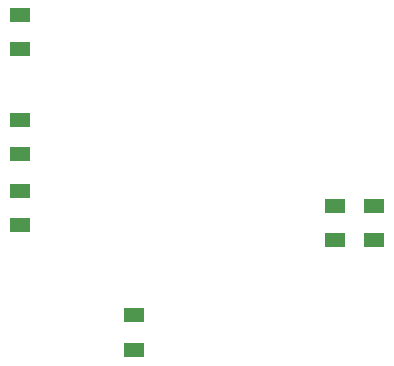
<source format=gbp>
G04*
G04 #@! TF.GenerationSoftware,Altium Limited,Altium Designer,24.5.1 (21)*
G04*
G04 Layer_Color=128*
%FSLAX44Y44*%
%MOMM*%
G71*
G04*
G04 #@! TF.SameCoordinates,4CF24129-FD56-4E2D-9210-4E3AEFEF1F0E*
G04*
G04*
G04 #@! TF.FilePolarity,Positive*
G04*
G01*
G75*
%ADD24R,1.8000X1.1500*%
D24*
X106680Y-152400D02*
D03*
Y-181400D02*
D03*
Y-241300D02*
D03*
Y-212300D02*
D03*
X203200Y-317500D02*
D03*
Y-347500D02*
D03*
X373380Y-225000D02*
D03*
Y-254000D02*
D03*
X406400Y-225000D02*
D03*
Y-254000D02*
D03*
X106680Y-63500D02*
D03*
Y-92500D02*
D03*
M02*

</source>
